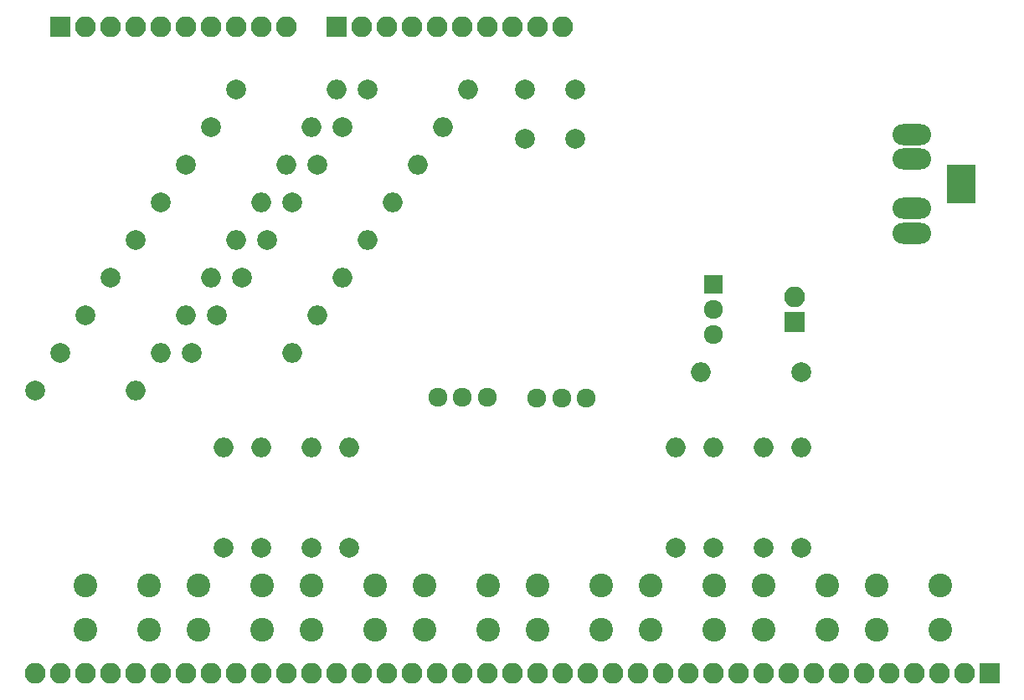
<source format=gts>
G04 #@! TF.FileFunction,Soldermask,Top*
%FSLAX46Y46*%
G04 Gerber Fmt 4.6, Leading zero omitted, Abs format (unit mm)*
G04 Created by KiCad (PCBNEW 4.0.7) date 12/29/19 23:23:21*
%MOMM*%
%LPD*%
G01*
G04 APERTURE LIST*
%ADD10C,0.100000*%
%ADD11C,2.000000*%
%ADD12O,2.000000X2.000000*%
%ADD13C,2.400000*%
%ADD14R,2.100000X2.100000*%
%ADD15O,2.100000X2.100000*%
%ADD16R,2.900000X3.900000*%
%ADD17O,3.900000X2.150000*%
%ADD18C,1.924000*%
%ADD19C,1.920000*%
%ADD20R,1.920000X1.920000*%
G04 APERTURE END LIST*
D10*
D11*
X151130000Y-86360000D03*
X151130000Y-91360000D03*
X156210000Y-86360000D03*
X156210000Y-91360000D03*
X133350000Y-132715000D03*
D12*
X133350000Y-122555000D03*
D11*
X135255000Y-86360000D03*
D12*
X145415000Y-86360000D03*
D13*
X106680000Y-141025000D03*
X106680000Y-136525000D03*
X113180000Y-141025000D03*
X113180000Y-136525000D03*
X118110000Y-141025000D03*
X118110000Y-136525000D03*
X124610000Y-141025000D03*
X124610000Y-136525000D03*
D11*
X120650000Y-132715000D03*
D12*
X120650000Y-122555000D03*
D11*
X124460000Y-132715000D03*
D12*
X124460000Y-122555000D03*
D11*
X121920000Y-86360000D03*
D12*
X132080000Y-86360000D03*
D11*
X119380000Y-90170000D03*
D12*
X129540000Y-90170000D03*
D11*
X116840000Y-93980000D03*
D12*
X127000000Y-93980000D03*
D11*
X114300000Y-97790000D03*
D12*
X124460000Y-97790000D03*
D11*
X111760000Y-101600000D03*
D12*
X121920000Y-101600000D03*
D11*
X109220000Y-105410000D03*
D12*
X119380000Y-105410000D03*
D11*
X106680000Y-109220000D03*
D12*
X116840000Y-109220000D03*
D11*
X104140000Y-113030000D03*
D12*
X114300000Y-113030000D03*
D11*
X101600000Y-116840000D03*
D12*
X111760000Y-116840000D03*
D11*
X129540000Y-132715000D03*
D12*
X129540000Y-122555000D03*
D11*
X132715000Y-90170000D03*
D12*
X142875000Y-90170000D03*
D11*
X130175000Y-93980000D03*
D12*
X140335000Y-93980000D03*
D11*
X127635000Y-97790000D03*
D12*
X137795000Y-97790000D03*
D11*
X125095000Y-101600000D03*
D12*
X135255000Y-101600000D03*
D11*
X122555000Y-105410000D03*
D12*
X132715000Y-105410000D03*
D11*
X120015000Y-109220000D03*
D12*
X130175000Y-109220000D03*
D11*
X117475000Y-113030000D03*
D12*
X127635000Y-113030000D03*
D11*
X166370000Y-132715000D03*
D12*
X166370000Y-122555000D03*
D11*
X170180000Y-132715000D03*
D12*
X170180000Y-122555000D03*
D11*
X175260000Y-132715000D03*
D12*
X175260000Y-122555000D03*
D11*
X179070000Y-132715000D03*
D12*
X179070000Y-122555000D03*
D13*
X129540000Y-141025000D03*
X129540000Y-136525000D03*
X136040000Y-141025000D03*
X136040000Y-136525000D03*
X140970000Y-141025000D03*
X140970000Y-136525000D03*
X147470000Y-141025000D03*
X147470000Y-136525000D03*
X152400000Y-141025000D03*
X152400000Y-136525000D03*
X158900000Y-141025000D03*
X158900000Y-136525000D03*
X163830000Y-141025000D03*
X163830000Y-136525000D03*
X170330000Y-141025000D03*
X170330000Y-136525000D03*
X175260000Y-141025000D03*
X175260000Y-136525000D03*
X181760000Y-141025000D03*
X181760000Y-136525000D03*
X186690000Y-141025000D03*
X186690000Y-136525000D03*
X193190000Y-141025000D03*
X193190000Y-136525000D03*
D14*
X104140000Y-80010000D03*
D15*
X106680000Y-80010000D03*
X109220000Y-80010000D03*
X111760000Y-80010000D03*
X114300000Y-80010000D03*
X116840000Y-80010000D03*
X119380000Y-80010000D03*
X121920000Y-80010000D03*
X124460000Y-80010000D03*
X127000000Y-80010000D03*
D14*
X198120000Y-145415000D03*
D15*
X195580000Y-145415000D03*
X193040000Y-145415000D03*
X190500000Y-145415000D03*
X187960000Y-145415000D03*
X185420000Y-145415000D03*
X182880000Y-145415000D03*
X180340000Y-145415000D03*
X177800000Y-145415000D03*
X175260000Y-145415000D03*
X172720000Y-145415000D03*
X170180000Y-145415000D03*
X167640000Y-145415000D03*
X165100000Y-145415000D03*
X162560000Y-145415000D03*
X160020000Y-145415000D03*
X157480000Y-145415000D03*
X154940000Y-145415000D03*
X152400000Y-145415000D03*
X149860000Y-145415000D03*
X147320000Y-145415000D03*
X144780000Y-145415000D03*
X142240000Y-145415000D03*
X139700000Y-145415000D03*
X137160000Y-145415000D03*
X134620000Y-145415000D03*
X132080000Y-145415000D03*
X129540000Y-145415000D03*
X127000000Y-145415000D03*
X124460000Y-145415000D03*
X121920000Y-145415000D03*
X119380000Y-145415000D03*
X116840000Y-145415000D03*
X114300000Y-145415000D03*
X111760000Y-145415000D03*
X109220000Y-145415000D03*
X106680000Y-145415000D03*
X104140000Y-145415000D03*
X101600000Y-145415000D03*
D14*
X132080000Y-80010000D03*
D15*
X134620000Y-80010000D03*
X137160000Y-80010000D03*
X139700000Y-80010000D03*
X142240000Y-80010000D03*
X144780000Y-80010000D03*
X147320000Y-80010000D03*
X149860000Y-80010000D03*
X152400000Y-80010000D03*
X154940000Y-80010000D03*
D16*
X195271000Y-95885000D03*
D17*
X190265000Y-100885000D03*
X190265000Y-90885000D03*
X190265000Y-98385000D03*
X190265000Y-93385000D03*
D14*
X178435000Y-109855000D03*
D15*
X178435000Y-107315000D03*
D11*
X179070000Y-114935000D03*
D12*
X168910000Y-114935000D03*
D18*
X152360000Y-117602000D03*
X147360000Y-117475000D03*
X154860000Y-117602000D03*
X144860000Y-117475000D03*
X142360000Y-117475000D03*
X157360000Y-117602000D03*
D19*
X170180000Y-108585000D03*
X170180000Y-111125000D03*
D20*
X170180000Y-106045000D03*
M02*

</source>
